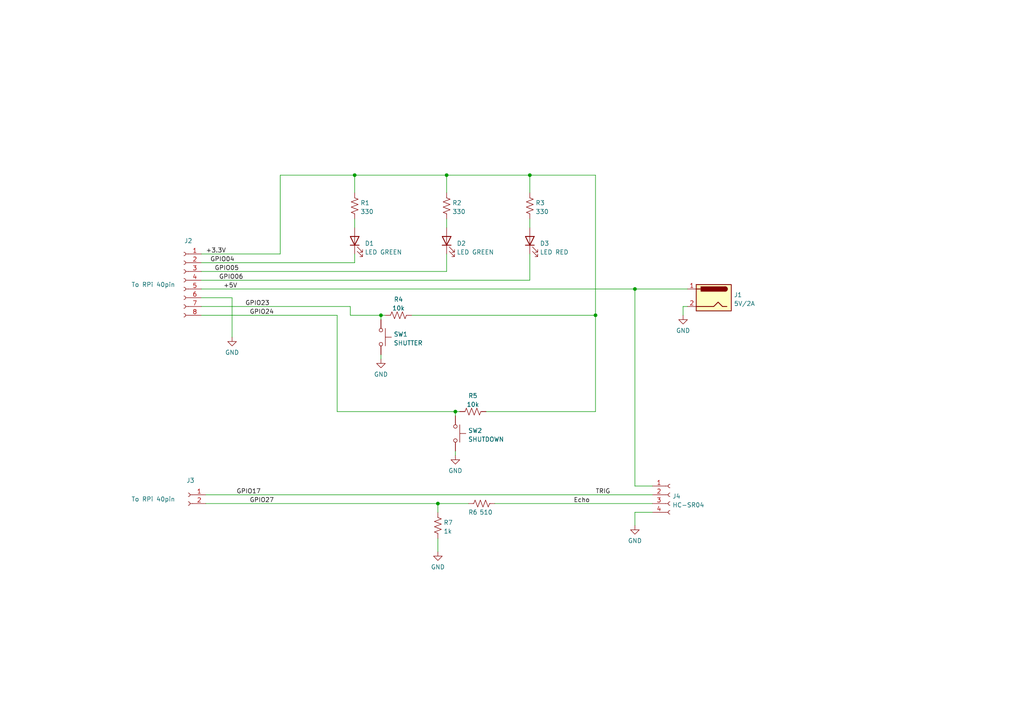
<source format=kicad_sch>
(kicad_sch (version 20211123) (generator eeschema)
  (paper "A4")
  (title_block (title "QCamVer") (date "2022-04-25") (rev "2.00") (company "AMPSD Kyushu Univ. Designed by M.Horimoto"))
  (lib_symbols
    (symbol "Connector:Conn_01x02_Female" (pin_names (offset 1.016) hide)
      (property "Reference" "J" (at 0 2.54 0))
      (property "Value" "Conn_01x02_Female" (at 0 -5.08 0))
      (symbol "Conn_01x02_Female_1_1"
        (arc (start 0 -2.032) (mid -0.508 -2.54) (end 0 -3.048) (stroke (width 0.1524)))
        (polyline (pts (xy -1.27 -2.54) (xy -0.508 -2.54)) (stroke (width 0.1524)))
        (polyline (pts (xy -1.27 0) (xy -0.508 0)) (stroke (width 0.1524)))
        (arc (start 0 0.508) (mid -0.508 0) (end 0 -0.508) (stroke (width 0.1524)))
        (pin passive line (at -5.08 0 0) (length 3.81) (name "Pin_1") (number "1"))
        (pin passive line (at -5.08 -2.54 0) (length 3.81) (name "Pin_2") (number "2"))
      )
    )
    (symbol "Connector:Conn_01x04_Female" (pin_names (offset 1.016) hide)
      (property "Reference" "J" (at 0 5.08 0))
      (property "Value" "Conn_01x04_Female" (at 0 -7.62 0))
      (symbol "Conn_01x04_Female_1_1"
        (arc (start 0 -4.572) (mid -0.508 -5.08) (end 0 -5.588) (stroke (width 0.1524)))
        (arc (start 0 -2.032) (mid -0.508 -2.54) (end 0 -3.048) (stroke (width 0.1524)))
        (polyline (pts (xy -1.27 -5.08) (xy -0.508 -5.08)) (stroke (width 0.1524)))
        (polyline (pts (xy -1.27 -2.54) (xy -0.508 -2.54)) (stroke (width 0.1524)))
        (polyline (pts (xy -1.27 0) (xy -0.508 0)) (stroke (width 0.1524)))
        (polyline (pts (xy -1.27 2.54) (xy -0.508 2.54)) (stroke (width 0.1524)))
        (arc (start 0 0.508) (mid -0.508 0) (end 0 -0.508) (stroke (width 0.1524)))
        (arc (start 0 3.048) (mid -0.508 2.54) (end 0 2.032) (stroke (width 0.1524)))
        (pin passive line (at -5.08 2.54 0) (length 3.81) (name "Pin_1") (number "1"))
        (pin passive line (at -5.08 0 0) (length 3.81) (name "Pin_2") (number "2"))
        (pin passive line (at -5.08 -2.54 0) (length 3.81) (name "Pin_3") (number "3"))
        (pin passive line (at -5.08 -5.08 0) (length 3.81) (name "Pin_4") (number "4"))
      )
    )
    (symbol "Connector:Conn_01x08_Female" (pin_names (offset 1.016) hide)
      (property "Reference" "J" (at 0 10.16 0))
      (property "Value" "Conn_01x08_Female" (at 0 -12.7 0))
      (symbol "Conn_01x08_Female_1_1"
        (arc (start 0 -9.652) (mid -0.508 -10.16) (end 0 -10.668) (stroke (width 0.1524)))
        (arc (start 0 -7.112) (mid -0.508 -7.62) (end 0 -8.128) (stroke (width 0.1524)))
        (arc (start 0 -4.572) (mid -0.508 -5.08) (end 0 -5.588) (stroke (width 0.1524)))
        (arc (start 0 -2.032) (mid -0.508 -2.54) (end 0 -3.048) (stroke (width 0.1524)))
        (polyline (pts (xy -1.27 -10.16) (xy -0.508 -10.16)) (stroke (width 0.1524)))
        (polyline (pts (xy -1.27 -7.62) (xy -0.508 -7.62)) (stroke (width 0.1524)))
        (polyline (pts (xy -1.27 -5.08) (xy -0.508 -5.08)) (stroke (width 0.1524)))
        (polyline (pts (xy -1.27 -2.54) (xy -0.508 -2.54)) (stroke (width 0.1524)))
        (polyline (pts (xy -1.27 0) (xy -0.508 0)) (stroke (width 0.1524)))
        (polyline (pts (xy -1.27 2.54) (xy -0.508 2.54)) (stroke (width 0.1524)))
        (polyline (pts (xy -1.27 5.08) (xy -0.508 5.08)) (stroke (width 0.1524)))
        (polyline (pts (xy -1.27 7.62) (xy -0.508 7.62)) (stroke (width 0.1524)))
        (arc (start 0 0.508) (mid -0.508 0) (end 0 -0.508) (stroke (width 0.1524)))
        (arc (start 0 3.048) (mid -0.508 2.54) (end 0 2.032) (stroke (width 0.1524)))
        (arc (start 0 5.588) (mid -0.508 5.08) (end 0 4.572) (stroke (width 0.1524)))
        (arc (start 0 8.128) (mid -0.508 7.62) (end 0 7.112) (stroke (width 0.1524)))
        (pin passive line (at -5.08 7.62 0) (length 3.81) (name "Pin_1") (number "1"))
        (pin passive line (at -5.08 5.08 0) (length 3.81) (name "Pin_2") (number "2"))
        (pin passive line (at -5.08 2.54 0) (length 3.81) (name "Pin_3") (number "3"))
        (pin passive line (at -5.08 0 0) (length 3.81) (name "Pin_4") (number "4"))
        (pin passive line (at -5.08 -2.54 0) (length 3.81) (name "Pin_5") (number "5"))
        (pin passive line (at -5.08 -5.08 0) (length 3.81) (name "Pin_6") (number "6"))
        (pin passive line (at -5.08 -7.62 0) (length 3.81) (name "Pin_7") (number "7"))
        (pin passive line (at -5.08 -10.16 0) (length 3.81) (name "Pin_8") (number "8"))
      )
    )
    (symbol "Connector:Jack-DC" (pin_names (offset 1.016))
      (property "Reference" "J" (at 0 5.334 0))
      (property "Value" "Jack-DC" (at 0 -5.08 0))
      (symbol "Jack-DC_0_1"
        (rectangle (start -5.08 3.81) (end 5.08 -3.81) (stroke (width 0.254)) (fill (type background)))
        (arc (start -3.302 3.175) (mid -3.937 2.54) (end -3.302 1.905) (stroke (width 0.254)))
        (arc (start -3.302 3.175) (mid -3.937 2.54) (end -3.302 1.905) (stroke (width 0.254)) (fill (type outline)))
        (polyline (pts (xy 5.08 2.54) (xy 3.81 2.54)) (stroke (width 0.254)))
        (polyline (pts (xy -3.81 -2.54) (xy -2.54 -2.54) (xy -1.27 -1.27) (xy 0 -2.54) (xy 2.54 -2.54) (xy 5.08 -2.54)) (stroke (width 0.254)))
        (rectangle (start 3.683 3.175) (end -3.302 1.905) (stroke (width 0.254)) (fill (type outline)))
      )
      (symbol "Jack-DC_1_1"
        (pin passive line (at 7.62 2.54 180) (length 2.54) (name "~") (number "1"))
        (pin passive line (at 7.62 -2.54 180) (length 2.54) (name "~") (number "2"))
      )
    )
    (symbol "Device:LED" (pin_numbers hide) (pin_names (offset 1.016) hide)
      (property "Reference" "D" (at 0 2.54 0))
      (property "Value" "LED" (at 0 -2.54 0))
      (symbol "LED_0_1"
        (polyline (pts (xy -1.27 -1.27) (xy -1.27 1.27)) (stroke (width 0.254)))
        (polyline (pts (xy -1.27 0) (xy 1.27 0)))
        (polyline (pts (xy 1.27 -1.27) (xy 1.27 1.27) (xy -1.27 0) (xy 1.27 -1.27)) (stroke (width 0.254)))
        (polyline (pts (xy -3.048 -0.762) (xy -4.572 -2.286) (xy -3.81 -2.286) (xy -4.572 -2.286) (xy -4.572 -1.524)))
        (polyline (pts (xy -1.778 -0.762) (xy -3.302 -2.286) (xy -2.54 -2.286) (xy -3.302 -2.286) (xy -3.302 -1.524)))
      )
      (symbol "LED_1_1"
        (pin passive line (at -3.81 0 0) (length 2.54) (name "K") (number "1"))
        (pin passive line (at 3.81 0 180) (length 2.54) (name "A") (number "2"))
      )
    )
    (symbol "Device:R_US" (pin_numbers hide) (pin_names (offset 0))
      (property "Reference" "R" (at 2.54 0 90))
      (property "Value" "R_US" (at -2.54 0 90))
      (symbol "R_US_0_1"
        (polyline (pts (xy 0 -2.286) (xy 0 -2.54)))
        (polyline (pts (xy 0 2.286) (xy 0 2.54)))
        (polyline (pts (xy 0 -0.762) (xy 1.016 -1.143) (xy 0 -1.524) (xy -1.016 -1.905) (xy 0 -2.286)))
        (polyline (pts (xy 0 0.762) (xy 1.016 0.381) (xy 0 0) (xy -1.016 -0.381) (xy 0 -0.762)))
        (polyline (pts (xy 0 2.286) (xy 1.016 1.905) (xy 0 1.524) (xy -1.016 1.143) (xy 0 0.762)))
      )
      (symbol "R_US_1_1"
        (pin passive line (at 0 3.81 270) (length 1.27) (name "~") (number "1"))
        (pin passive line (at 0 -3.81 90) (length 1.27) (name "~") (number "2"))
      )
    )
    (symbol "Switch:SW_Push" (pin_numbers hide) (pin_names (offset 1.016) hide)
      (property "Reference" "SW" (at 1.27 2.54 0))
      (property "Value" "SW_Push" (at 0 -1.524 0))
      (symbol "SW_Push_0_1"
        (circle (center -2.032 0) (radius 0.508))
        (polyline (pts (xy 0 1.27) (xy 0 3.048)))
        (polyline (pts (xy 2.54 1.27) (xy -2.54 1.27)))
        (circle (center 2.032 0) (radius 0.508))
        (pin passive line (at -5.08 0 0) (length 2.54) (name "1") (number "1"))
        (pin passive line (at 5.08 0 180) (length 2.54) (name "2") (number "2"))
      )
    )
    (symbol "power:GND" (power) (pin_names (offset 0))
      (property "Value" "GND" (at 0 -3.81 0))
      (symbol "GND_0_1"
        (polyline (pts (xy 0 0) (xy 0 -1.27) (xy 1.27 -1.27) (xy 0 -2.54) (xy -1.27 -1.27) (xy 0 -1.27)))
      )
      (symbol "GND_1_1"
        (pin power_in line (at 0 0 270) (length 0) hide (name "GND") (number "1"))
      )
    )
  )
  (junction (at 129.54 50.8))
  (junction (at 184.15 83.82))
  (junction (at 172.72 91.44))
  (junction (at 153.67 50.8))
  (junction (at 132.08 119.38))
  (junction (at 127 146.05))
  (junction (at 110.49 91.44))
  (junction (at 102.87 50.8))
  (wire (pts (xy 110.49 102.87) (xy 110.49 104.14)))
  (wire (pts (xy 172.72 50.8) (xy 153.67 50.8)))
  (wire (pts (xy 184.15 83.82) (xy 199.39 83.82)))
  (wire (pts (xy 58.42 76.2) (xy 102.87 76.2)))
  (wire (pts (xy 59.69 143.51) (xy 189.23 143.51)))
  (wire (pts (xy 81.28 73.66) (xy 58.42 73.66)))
  (wire (pts (xy 58.42 86.36) (xy 67.31 86.36)))
  (wire (pts (xy 81.28 50.8) (xy 81.28 73.66)))
  (wire (pts (xy 199.39 88.9) (xy 198.12 88.9)))
  (wire (pts (xy 129.54 50.8) (xy 153.67 50.8)))
  (wire (pts (xy 132.08 130.81) (xy 132.08 132.08)))
  (wire (pts (xy 172.72 119.38) (xy 140.97 119.38)))
  (wire (pts (xy 184.15 140.97) (xy 184.15 83.82)))
  (wire (pts (xy 111.76 91.44) (xy 110.49 91.44)))
  (wire (pts (xy 67.31 86.36) (xy 67.31 97.79)))
  (wire (pts (xy 132.08 119.38) (xy 132.08 120.65)))
  (wire (pts (xy 132.08 119.38) (xy 97.79 119.38)))
  (wire (pts (xy 97.79 119.38) (xy 97.79 91.44)))
  (wire (pts (xy 102.87 50.8) (xy 129.54 50.8)))
  (wire (pts (xy 129.54 63.5) (xy 129.54 66.04)))
  (wire (pts (xy 127 146.05) (xy 135.89 146.05)))
  (wire (pts (xy 198.12 88.9) (xy 198.12 91.44)))
  (wire (pts (xy 172.72 91.44) (xy 172.72 50.8)))
  (wire (pts (xy 58.42 83.82) (xy 184.15 83.82)))
  (wire (pts (xy 153.67 81.28) (xy 153.67 73.66)))
  (wire (pts (xy 58.42 78.74) (xy 129.54 78.74)))
  (wire (pts (xy 127 156.21) (xy 127 160.02)))
  (wire (pts (xy 101.6 88.9) (xy 58.42 88.9)))
  (wire (pts (xy 127 146.05) (xy 127 148.59)))
  (wire (pts (xy 133.35 119.38) (xy 132.08 119.38)))
  (wire (pts (xy 59.69 146.05) (xy 127 146.05)))
  (wire (pts (xy 184.15 148.59) (xy 184.15 152.4)))
  (wire (pts (xy 143.51 146.05) (xy 189.23 146.05)))
  (wire (pts (xy 102.87 73.66) (xy 102.87 76.2)))
  (wire (pts (xy 129.54 78.74) (xy 129.54 73.66)))
  (wire (pts (xy 110.49 91.44) (xy 101.6 91.44)))
  (wire (pts (xy 97.79 91.44) (xy 58.42 91.44)))
  (wire (pts (xy 110.49 91.44) (xy 110.49 92.71)))
  (wire (pts (xy 172.72 91.44) (xy 172.72 119.38)))
  (wire (pts (xy 102.87 63.5) (xy 102.87 66.04)))
  (wire (pts (xy 129.54 50.8) (xy 129.54 55.88)))
  (wire (pts (xy 81.28 50.8) (xy 102.87 50.8)))
  (wire (pts (xy 102.87 55.88) (xy 102.87 50.8)))
  (wire (pts (xy 119.38 91.44) (xy 172.72 91.44)))
  (wire (pts (xy 189.23 140.97) (xy 184.15 140.97)))
  (wire (pts (xy 153.67 50.8) (xy 153.67 55.88)))
  (wire (pts (xy 58.42 81.28) (xy 153.67 81.28)))
  (wire (pts (xy 153.67 63.5) (xy 153.67 66.04)))
  (wire (pts (xy 189.23 148.59) (xy 184.15 148.59)))
  (wire (pts (xy 101.6 91.44) (xy 101.6 88.9)))
  (label "+3.3V" (at 59.69 73.66 0))
  (label "GPIO05" (at 62.23 78.74 0))
  (label "+5V" (at 64.77 83.82 0))
  (label "GPIO04" (at 60.96 76.2 0))
  (label "TRIG" (at 172.72 143.51 0))
  (label "Echo" (at 166.37 146.05 0))
  (label "GPIO17" (at 68.58 143.51 0))
  (label "GPIO24" (at 72.39 91.44 0))
  (label "GPIO27" (at 72.39 146.05 0))
  (label "GPIO06" (at 63.5 81.28 0))
  (label "GPIO23" (at 71.12 88.9 0))
  (symbol (lib_id "power:GND") (at 132.08 132.08 0) (unit 1)
    (property "Reference" "#PWR?" (effects hide))
    (property "Value" "GND" (at 132.08 136.5234 0))
  )
  (symbol (lib_id "Connector:Conn_01x02_Female") (at 54.61 143.51 0) (mirror y) (unit 1)
    (property "Reference" "J3" (at 55.245 139.353 0))
    (property "Value" "To RPi 40pin" (at 44.45 144.78 0))
  )
  (symbol (lib_id "Device:R_US") (at 115.57 91.44 90) (unit 1)
    (property "Reference" "R4" (at 115.57 86.8512 90))
    (property "Value" "10k" (at 115.57 89.3881 90))
  )
  (symbol (lib_id "Device:R_US") (at 153.67 59.69 0) (unit 1)
    (property "Reference" "R3" (at 155.321 58.8553 0) (effects (justify left)))
    (property "Value" "330" (at 155.321 61.3922 0) (effects (justify left)))
  )
  (symbol (lib_id "Device:R_US") (at 139.7 146.05 90) (unit 1)
    (property "Reference" "R6" (at 137.16 148.59 90))
    (property "Value" "510" (at 140.97 148.59 90))
  )
  (symbol (lib_id "Device:R_US") (at 129.54 59.69 0) (unit 1)
    (property "Reference" "R2" (at 131.191 58.8553 0) (effects (justify left)))
    (property "Value" "330" (at 131.191 61.3922 0) (effects (justify left)))
  )
  (symbol (lib_id "Switch:SW_Push") (at 132.08 125.73 270) (unit 1)
    (property "Reference" "SW2" (at 135.763 124.8953 90) (effects (justify left)))
    (property "Value" "SHUTDOWN" (at 135.763 127.4322 90) (effects (justify left)))
  )
  (symbol (lib_id "Device:LED") (at 102.87 69.85 90) (unit 1)
    (property "Reference" "D1" (at 105.791 70.6028 90) (effects (justify right)))
    (property "Value" "LED GREEN" (at 105.791 73.1397 90) (effects (justify right)))
  )
  (symbol (lib_id "Connector:Conn_01x08_Female") (at 53.34 81.28 0) (mirror y) (unit 1)
    (property "Reference" "J2" (at 54.61 69.85 0))
    (property "Value" "To RPi 40pin" (at 44.45 82.55 0))
  )
  (symbol (lib_id "Connector:Jack-DC") (at 207.01 86.36 0) (mirror y) (unit 1)
    (property "Reference" "J1" (at 212.852 85.5253 0) (effects (justify right)))
    (property "Value" "5V/2A" (at 212.852 88.0622 0) (effects (justify right)))
  )
  (symbol (lib_id "Device:LED") (at 153.67 69.85 90) (unit 1)
    (property "Reference" "D3" (at 156.591 70.6028 90) (effects (justify right)))
    (property "Value" "LED RED" (at 156.591 73.1397 90) (effects (justify right)))
  )
  (symbol (lib_id "power:GND") (at 184.15 152.4 0) (unit 1)
    (property "Reference" "#PWR?" (effects hide))
    (property "Value" "GND" (at 184.15 156.8434 0))
  )
  (symbol (lib_id "power:GND") (at 198.12 91.44 0) (unit 1)
    (property "Reference" "#PWR?" (effects hide))
    (property "Value" "GND" (at 198.12 95.8834 0))
  )
  (symbol (lib_id "Device:LED") (at 129.54 69.85 90) (unit 1)
    (property "Reference" "D2" (at 132.461 70.6028 90) (effects (justify right)))
    (property "Value" "LED GREEN" (at 132.461 73.1397 90) (effects (justify right)))
  )
  (symbol (lib_id "Device:R_US") (at 127 152.4 0) (unit 1)
    (property "Reference" "R7" (at 128.651 151.5653 0) (effects (justify left)))
    (property "Value" "1k" (at 128.651 154.1022 0) (effects (justify left)))
  )
  (symbol (lib_id "Device:R_US") (at 102.87 59.69 0) (unit 1)
    (property "Reference" "R1" (at 104.521 58.8553 0) (effects (justify left)))
    (property "Value" "330" (at 104.521 61.3922 0) (effects (justify left)))
  )
  (symbol (lib_id "Switch:SW_Push") (at 110.49 97.79 270) (unit 1)
    (property "Reference" "SW1" (at 114.173 96.9553 90) (effects (justify left)))
    (property "Value" "SHUTTER" (at 114.173 99.4922 90) (effects (justify left)))
  )
  (symbol (lib_id "power:GND") (at 127 160.02 0) (unit 1)
    (property "Reference" "#PWR?" (effects hide))
    (property "Value" "GND" (at 127 164.4634 0))
  )
  (symbol (lib_id "Device:R_US") (at 137.16 119.38 90) (unit 1)
    (property "Reference" "R5" (at 137.16 114.7912 90))
    (property "Value" "10k" (at 137.16 117.3281 90))
  )
  (symbol (lib_id "Connector:Conn_01x04_Female") (at 194.31 143.51 0) (unit 1)
    (property "Reference" "J4" (at 195.0212 143.9453 0) (effects (justify left)))
    (property "Value" "HC-SR04" (at 195.0212 146.4822 0) (effects (justify left)))
  )
  (symbol (lib_id "power:GND") (at 67.31 97.79 0) (unit 1)
    (property "Reference" "#PWR?" (effects hide))
    (property "Value" "GND" (at 67.31 102.2334 0))
  )
  (symbol (lib_id "power:GND") (at 110.49 104.14 0) (unit 1)
    (property "Reference" "#PWR?" (effects hide))
    (property "Value" "GND" (at 110.49 108.5834 0))
  )
)
</source>
